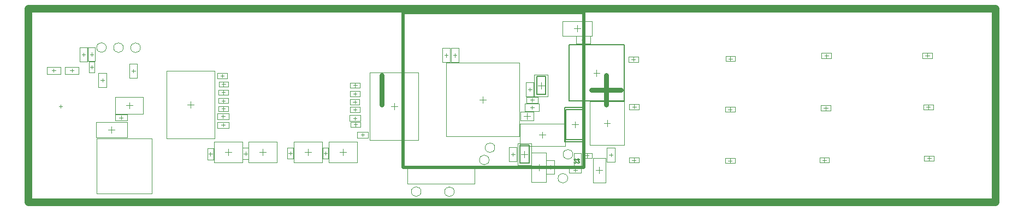
<source format=gbo>
G04*
G04 #@! TF.GenerationSoftware,Altium Limited,CircuitMaker,2.3.0 (2.3.0.3)*
G04*
G04 Layer_Color=13813960*
%FSLAX24Y24*%
%MOIN*%
G70*
G04*
G04 #@! TF.SameCoordinates,BA9B3302-63F0-48E8-8009-FCAE1684F3EC*
G04*
G04*
G04 #@! TF.FilePolarity,Positive*
G04*
G01*
G75*
%ADD11C,0.0039*%
%ADD13C,0.0100*%
%ADD14C,0.0050*%
%ADD15C,0.0079*%
%ADD16C,0.0059*%
%ADD18C,0.0472*%
%ADD19C,0.0020*%
%ADD99C,0.0200*%
%ADD100C,0.0300*%
D11*
X4197Y3888D02*
X7544D01*
Y542D02*
Y3888D01*
X4197Y542D02*
X7544D01*
X4197D02*
Y3888D01*
X26015Y640D02*
G03*
X26015Y640I-295J0D01*
G01*
X33251Y2925D02*
G03*
X33251Y2925I-295J0D01*
G01*
X5818Y9449D02*
G03*
X5818Y9449I-295J0D01*
G01*
X6859Y9444D02*
G03*
X6859Y9444I-295J0D01*
G01*
X4780Y9454D02*
G03*
X4780Y9454I-295J0D01*
G01*
X28144Y2582D02*
G03*
X28144Y2582I-295J0D01*
G01*
X28494Y3332D02*
G03*
X28494Y3332I-295J0D01*
G01*
X32941Y1465D02*
G03*
X32941Y1465I-295J0D01*
G01*
X23988Y649D02*
G03*
X23988Y649I-295J0D01*
G01*
X4542Y7346D02*
Y7563D01*
X4434Y7455D02*
X4651D01*
X35147Y4818D02*
X35541D01*
X35344Y4621D02*
Y5015D01*
X19835Y6135D02*
X20051D01*
X19943Y6027D02*
Y6243D01*
X5983Y5913D02*
X6377D01*
X6180Y5717D02*
Y6110D01*
X14134Y3066D02*
X14528D01*
X14331Y2869D02*
Y3263D01*
X23154Y1127D02*
X27249D01*
Y2229D01*
X23154D02*
X27249D01*
X23154Y1127D02*
Y2229D01*
X27562Y6272D02*
X27956D01*
X27759Y6075D02*
Y6469D01*
X1573Y7947D02*
Y8163D01*
X1465Y8055D02*
X1681D01*
X2676Y7947D02*
Y8163D01*
X2567Y8055D02*
X2784D01*
X19965Y5027D02*
Y5243D01*
X19857Y5135D02*
X20074D01*
X20426Y4012D02*
Y4228D01*
X20317Y4120D02*
X20534D01*
X18047Y2987D02*
X18264D01*
X18155Y2879D02*
Y3095D01*
X15908Y3001D02*
X16125D01*
X16017Y2893D02*
Y3109D01*
X13173Y2978D02*
X13390D01*
X13281Y2870D02*
Y3087D01*
X11029Y2946D02*
X11246D01*
X11138Y2838D02*
Y3054D01*
X19218Y2866D02*
Y3260D01*
X19021Y3063D02*
X19414D01*
X17093Y2863D02*
Y3257D01*
X16897Y3060D02*
X17290D01*
X12228Y2865D02*
Y3259D01*
X12032Y3062D02*
X12425D01*
X11904Y5137D02*
Y5353D01*
X11796Y5245D02*
X12012D01*
X11909Y4612D02*
Y4829D01*
X11801Y4720D02*
X12017D01*
X22351Y5661D02*
Y6055D01*
X22154Y5858D02*
X22548D01*
X20874Y7925D02*
X23827D01*
X20874Y3791D02*
X23827D01*
X20874D02*
Y7925D01*
X23827Y3791D02*
Y7925D01*
X9922Y5775D02*
Y6169D01*
X9725Y5972D02*
X10119D01*
X8445Y3905D02*
X11398D01*
X8445Y8039D02*
X11398D01*
Y3905D02*
Y8039D01*
X8445Y3905D02*
Y8039D01*
X29492Y2925D02*
X29709D01*
X29600Y2816D02*
Y3033D01*
X30300Y2738D02*
Y3131D01*
X30104Y2935D02*
X30497D01*
X31876Y2037D02*
Y2253D01*
X31767Y2145D02*
X31984D01*
X30979Y2125D02*
X31373D01*
X31176Y1928D02*
Y2322D01*
X33278Y1975D02*
X33514D01*
X33396Y1857D02*
Y2093D01*
X36983Y2452D02*
Y2688D01*
X36865Y2570D02*
X37101D01*
X33546Y2487D02*
Y2703D01*
X33437Y2595D02*
X33654D01*
X34007Y2845D02*
X34224D01*
X34116Y2737D02*
Y2953D01*
X34870Y1754D02*
Y2148D01*
X34673Y1951D02*
X35067D01*
X35576Y2786D02*
Y3002D01*
X35467Y2894D02*
X35684D01*
X33189Y4745D02*
X33583D01*
X33386Y4548D02*
Y4942D01*
X33536Y10418D02*
Y10812D01*
X33339Y10615D02*
X33733D01*
X37001Y5712D02*
Y5948D01*
X36883Y5830D02*
X37119D01*
X36956Y8617D02*
Y8853D01*
X36838Y8735D02*
X37074D01*
X42871Y8652D02*
Y8888D01*
X42753Y8770D02*
X42989D01*
X42849Y2426D02*
Y2662D01*
X42731Y2544D02*
X42967D01*
X42735Y5675D02*
X42972D01*
X42853Y5557D02*
Y5793D01*
X48690Y5642D02*
Y5878D01*
X48572Y5760D02*
X48809D01*
X48728Y8837D02*
Y9073D01*
X48610Y8955D02*
X48846D01*
X48606Y2457D02*
Y2693D01*
X48488Y2575D02*
X48724D01*
X54878Y2685D02*
X55114D01*
X54996Y2567D02*
Y2803D01*
X54835Y5815D02*
X55072D01*
X54953Y5697D02*
Y5933D01*
X54893Y8847D02*
Y9083D01*
X54775Y8965D02*
X55012D01*
X33791Y9923D02*
X34007D01*
X33899Y9815D02*
Y10032D01*
X34509Y7905D02*
X34903D01*
X34706Y7708D02*
Y8102D01*
X26066Y8877D02*
Y9093D01*
X25957Y8985D02*
X26174D01*
X11823Y6713D02*
X12040D01*
X11932Y6605D02*
Y6822D01*
X11832Y7213D02*
X12049D01*
X11940Y7105D02*
Y7322D01*
X11810Y5715D02*
X12026D01*
X11918Y5607D02*
Y5823D01*
X11812Y6203D02*
X12029D01*
X11921Y6094D02*
Y6311D01*
X11748Y7734D02*
X11964D01*
X11856Y7625D02*
Y7842D01*
X30259Y5252D02*
X30653D01*
X30456Y5055D02*
Y5448D01*
X19847Y6625D02*
X20063D01*
X19955Y6517D02*
Y6733D01*
X19845Y5665D02*
X20062D01*
X19953Y5557D02*
Y5773D01*
X5570Y5175D02*
X5806D01*
X5688Y5057D02*
Y5293D01*
X3886Y8930D02*
Y9146D01*
X3777Y9038D02*
X3994D01*
X30769Y6144D02*
Y6361D01*
X30661Y6252D02*
X30877D01*
X3778Y8265D02*
X3994D01*
X3886Y8157D02*
Y8373D01*
X19859Y7149D02*
X20076D01*
X19968Y7040D02*
Y7257D01*
X30531Y6902D02*
X30747D01*
X30639Y6794D02*
Y7011D01*
X6326Y8027D02*
X6542D01*
X6434Y7918D02*
Y8135D01*
X3396Y8927D02*
Y9143D01*
X3287Y9035D02*
X3504D01*
X31319Y6941D02*
Y7335D01*
X31122Y7138D02*
X31516D01*
X19877Y4750D02*
X20094D01*
X19985Y4642D02*
Y4858D01*
X25417Y8986D02*
X25634D01*
X25526Y8878D02*
Y9094D01*
X30768Y5694D02*
Y5911D01*
X30660Y5802D02*
X30876D01*
X5100Y4228D02*
Y4622D01*
X4904Y4425D02*
X5297D01*
D13*
X22887Y11584D02*
X33911D01*
Y2135D02*
Y11584D01*
X22887Y2135D02*
X33911D01*
X22887D02*
Y11584D01*
D14*
X33455Y2612D02*
X33317D01*
X33455Y2475D01*
Y2441D01*
X33420Y2406D01*
X33352D01*
X33317Y2441D01*
X33661Y2612D02*
X33523D01*
X33661Y2475D01*
Y2441D01*
X33626Y2406D01*
X33558D01*
X33523Y2441D01*
X33033Y6192D02*
X36379D01*
X33033Y9618D02*
X36379D01*
X33033Y6192D02*
Y9618D01*
X36379Y6192D02*
Y9618D01*
D15*
X32772Y3695D02*
X34000D01*
Y5795D01*
X32772D02*
X34000D01*
X32772Y3695D02*
Y5795D01*
D16*
X30576Y2385D02*
Y3485D01*
X30025Y2385D02*
X30576D01*
X30025D02*
Y3485D01*
X30576D01*
X31044Y6588D02*
Y7688D01*
X31595D01*
Y6588D02*
Y7688D01*
X31044Y6588D02*
X31595D01*
X32811Y3839D02*
X33961D01*
Y5650D01*
X32811D02*
X33961D01*
X32811Y3839D02*
Y5650D01*
D18*
X16Y5D02*
Y11825D01*
X59066D01*
Y5D02*
Y11825D01*
X16Y5D02*
X59066D01*
D19*
X4306Y7022D02*
X4779D01*
X4306Y7888D02*
X4779D01*
X4306Y7022D02*
Y7888D01*
X4779Y7022D02*
Y7888D01*
X36388Y3480D02*
Y6157D01*
X34301Y3480D02*
Y6157D01*
X36388D01*
X34301Y3480D02*
X36388D01*
X19648Y5977D02*
Y6292D01*
X20238Y5977D02*
Y6292D01*
X19648D02*
X20238D01*
X19648Y5977D02*
X20238D01*
X5334Y5402D02*
Y6425D01*
X7027Y5402D02*
Y6425D01*
X5334D02*
X7027D01*
X5334Y5402D02*
X7027D01*
X13465Y2436D02*
Y3696D01*
X15197Y2436D02*
Y3696D01*
X13465D02*
X15197D01*
X13465Y2436D02*
X15197D01*
X30003Y4028D02*
Y8516D01*
X25515Y4028D02*
Y8516D01*
Y4028D02*
X30003D01*
X25515Y8516D02*
X30003D01*
X1160Y7838D02*
X1987D01*
X1160Y8271D02*
X1987D01*
Y7838D02*
Y8271D01*
X1160Y7838D02*
Y8271D01*
X2262Y8271D02*
X3089D01*
X2262Y7838D02*
X3089D01*
X2262D02*
Y8271D01*
X3089Y7838D02*
Y8271D01*
X19623Y4958D02*
X20307D01*
X19623Y5312D02*
X20307D01*
Y4958D02*
Y5312D01*
X19623Y4958D02*
Y5312D01*
X20084Y3943D02*
X20768D01*
X20084Y4297D02*
X20768D01*
Y3943D02*
Y4297D01*
X20084Y3943D02*
Y4297D01*
X18333Y2645D02*
Y3329D01*
X17978Y2645D02*
Y3329D01*
X18333D01*
X17978Y2645D02*
X18333D01*
X16194Y2659D02*
Y3343D01*
X15840Y2659D02*
Y3343D01*
X16194D01*
X15840Y2659D02*
X16194D01*
X13459Y2637D02*
Y3320D01*
X13104Y2637D02*
Y3320D01*
X13459D01*
X13104Y2637D02*
X13459D01*
X11315Y2604D02*
Y3288D01*
X10961Y2604D02*
Y3288D01*
X11315D01*
X10961Y2604D02*
X11315D01*
X18351Y2433D02*
X20084D01*
X18351Y3693D02*
X20084D01*
Y2433D02*
Y3693D01*
X18351Y2433D02*
Y3693D01*
X16227Y2430D02*
X17960D01*
X16227Y3690D02*
X17960D01*
Y2430D02*
Y3690D01*
X16227Y2430D02*
Y3690D01*
X11362Y2432D02*
X13094D01*
X11362Y3692D02*
X13094D01*
Y2432D02*
Y3692D01*
X11362Y2432D02*
Y3692D01*
X11562Y5422D02*
X12246D01*
X11562Y5068D02*
X12246D01*
X11562D02*
Y5422D01*
X12246Y5068D02*
Y5422D01*
X11567Y4897D02*
X12251D01*
X11567Y4543D02*
X12251D01*
X11567D02*
Y4897D01*
X12251Y4543D02*
Y4897D01*
X31201Y4113D02*
X31595D01*
X31398Y3916D02*
Y4310D01*
X32776Y3444D02*
Y4782D01*
X30020D02*
X32776D01*
X30020Y3444D02*
Y4782D01*
Y3444D02*
X32776D01*
X29364Y2492D02*
Y3358D01*
X29837Y2492D02*
Y3358D01*
X29364Y2492D02*
X29837D01*
X29364Y3358D02*
X29837D01*
X29887Y3604D02*
X30714D01*
X29887Y2265D02*
X30714D01*
Y3604D01*
X29887Y2265D02*
Y3604D01*
X31640Y2578D02*
X32112D01*
X31640Y1712D02*
X32112D01*
Y2578D01*
X31640Y1712D02*
Y2578D01*
X30723Y1219D02*
Y3030D01*
X31628Y1219D02*
Y3030D01*
X30723Y1219D02*
X31628D01*
X30723Y3030D02*
X31628D01*
X33750Y1798D02*
Y2152D01*
X33041Y1798D02*
Y2152D01*
Y1798D02*
X33750D01*
X33041Y2152D02*
X33750D01*
X36688Y2412D02*
X37279D01*
X36688Y2727D02*
X37279D01*
Y2412D02*
Y2727D01*
X36688Y2412D02*
Y2727D01*
X33329Y2182D02*
X33762D01*
X33329Y3008D02*
X33762D01*
X33329Y2182D02*
Y3008D01*
X33762Y2182D02*
Y3008D01*
X33820Y2687D02*
Y3002D01*
X34411Y2687D02*
Y3002D01*
X33820D02*
X34411D01*
X33820Y2687D02*
X34411D01*
X34496Y1203D02*
X35244D01*
X34496Y2699D02*
X35244D01*
X34496Y1203D02*
Y2699D01*
X35244Y1203D02*
Y2699D01*
X35340Y2461D02*
X35812D01*
X35340Y3327D02*
X35812D01*
X35340Y2461D02*
Y3327D01*
X35812Y2461D02*
Y3327D01*
X32630Y11068D02*
X34441D01*
X32630Y10162D02*
X34441D01*
X32630D02*
Y11068D01*
X34441Y10162D02*
Y11068D01*
X36706Y5672D02*
X37296D01*
X36706Y5987D02*
X37296D01*
Y5672D02*
Y5987D01*
X36706Y5672D02*
Y5987D01*
X36660Y8577D02*
X37251D01*
X36660Y8892D02*
X37251D01*
Y8577D02*
Y8892D01*
X36660Y8577D02*
Y8892D01*
X42576Y8612D02*
X43166D01*
X42576Y8927D02*
X43166D01*
Y8612D02*
Y8927D01*
X42576Y8612D02*
Y8927D01*
X42553Y2387D02*
X43144D01*
X42553Y2702D02*
X43144D01*
Y2387D02*
Y2702D01*
X42553Y2387D02*
Y2702D01*
X42558Y5517D02*
Y5832D01*
X43149Y5517D02*
Y5832D01*
X42558D02*
X43149D01*
X42558Y5517D02*
X43149D01*
X48395Y5602D02*
X48986D01*
X48395Y5917D02*
X48986D01*
Y5602D02*
Y5917D01*
X48395Y5602D02*
Y5917D01*
X48433Y8797D02*
X49023D01*
X48433Y9112D02*
X49023D01*
Y8797D02*
Y9112D01*
X48433Y8797D02*
Y9112D01*
X48310Y2417D02*
X48901D01*
X48310Y2732D02*
X48901D01*
Y2417D02*
Y2732D01*
X48310Y2417D02*
Y2732D01*
X54700Y2527D02*
Y2842D01*
X55291Y2527D02*
Y2842D01*
X54700D02*
X55291D01*
X54700Y2527D02*
X55291D01*
X54658Y5657D02*
Y5972D01*
X55249Y5657D02*
Y5972D01*
X54658D02*
X55249D01*
X54658Y5657D02*
X55249D01*
X54598Y8807D02*
X55189D01*
X54598Y9122D02*
X55189D01*
Y8807D02*
Y9122D01*
X54598Y8807D02*
Y9122D01*
X34332Y9687D02*
Y10160D01*
X33466Y9687D02*
Y10160D01*
Y9687D02*
X34332D01*
X33466Y10160D02*
X34332D01*
X25830Y9418D02*
X26302D01*
X25830Y8552D02*
X26302D01*
Y9418D01*
X25830Y8552D02*
Y9418D01*
X12227Y6556D02*
Y6871D01*
X11636Y6556D02*
Y6871D01*
Y6556D02*
X12227D01*
X11636Y6871D02*
X12227D01*
X12236Y7056D02*
Y7371D01*
X11645Y7056D02*
Y7371D01*
Y7056D02*
X12236D01*
X11645Y7371D02*
X12236D01*
X12213Y5557D02*
Y5872D01*
X11623Y5557D02*
Y5872D01*
Y5557D02*
X12213D01*
X11623Y5872D02*
X12213D01*
X12216Y6045D02*
Y6360D01*
X11625Y6045D02*
Y6360D01*
Y6045D02*
X12216D01*
X11625Y6360D02*
X12216D01*
X12151Y7576D02*
Y7891D01*
X11561Y7576D02*
Y7891D01*
Y7576D02*
X12151D01*
X11561Y7891D02*
X12151D01*
X30860Y4986D02*
Y5517D01*
X30052Y4986D02*
Y5517D01*
Y4986D02*
X30860D01*
X30052Y5517D02*
X30860D01*
X19660Y6467D02*
Y6782D01*
X20250Y6467D02*
Y6782D01*
X19660D02*
X20250D01*
X19660Y6467D02*
X20250D01*
X19658Y5507D02*
Y5822D01*
X20249Y5507D02*
Y5822D01*
X19658D02*
X20249D01*
X19658Y5507D02*
X20249D01*
X6042Y4998D02*
Y5352D01*
X5333Y4998D02*
Y5352D01*
Y4998D02*
X6042D01*
X5333Y5352D02*
X6042D01*
X3669Y8625D02*
X4102D01*
X3669Y9451D02*
X4102D01*
X3669Y8625D02*
Y9451D01*
X4102Y8625D02*
Y9451D01*
X30427Y6429D02*
X31111D01*
X30427Y6075D02*
X31111D01*
X30427D02*
Y6429D01*
X31111Y6075D02*
Y6429D01*
X3709Y7923D02*
Y8607D01*
X4063Y7923D02*
Y8607D01*
X3709Y7923D02*
X4063D01*
X3709Y8607D02*
X4063D01*
X19672Y6991D02*
Y7306D01*
X20263Y6991D02*
Y7306D01*
X19672D02*
X20263D01*
X19672Y6991D02*
X20263D01*
X30875Y6469D02*
Y7335D01*
X30403Y6469D02*
Y7335D01*
X30875D01*
X30403Y6469D02*
X30875D01*
X6670Y7594D02*
Y8460D01*
X6198Y7594D02*
Y8460D01*
X6670D01*
X6198Y7594D02*
X6670D01*
X3160Y8602D02*
X3632D01*
X3160Y9468D02*
X3632D01*
X3160Y8602D02*
Y9468D01*
X3632Y8602D02*
Y9468D01*
X30906Y6469D02*
X31733D01*
X30906Y7807D02*
X31733D01*
X30906Y6469D02*
Y7807D01*
X31733Y6469D02*
Y7807D01*
X19690Y4593D02*
Y4907D01*
X20281Y4593D02*
Y4907D01*
X19690D02*
X20281D01*
X19690Y4593D02*
X20281D01*
X25762Y8553D02*
Y9419D01*
X25290Y8553D02*
Y9419D01*
X25762D01*
X25290Y8553D02*
X25762D01*
X30335Y5566D02*
X31201D01*
X30335Y6039D02*
X31201D01*
Y5566D02*
Y6039D01*
X30335Y5566D02*
Y6039D01*
X4156Y3952D02*
X6045D01*
X4156Y4897D02*
X6045D01*
Y3952D02*
Y4897D01*
X4156Y3952D02*
Y4897D01*
X1902Y5868D02*
X2099D01*
X2001Y5769D02*
Y5966D01*
D99*
X22887Y11584D02*
X33911D01*
X22887Y2135D02*
X33911D01*
Y11584D01*
X22887Y2135D02*
Y11584D01*
D100*
X21599Y5959D02*
Y7759D01*
X35299Y5959D02*
Y7759D01*
X34399Y6859D02*
X36199D01*
M02*

</source>
